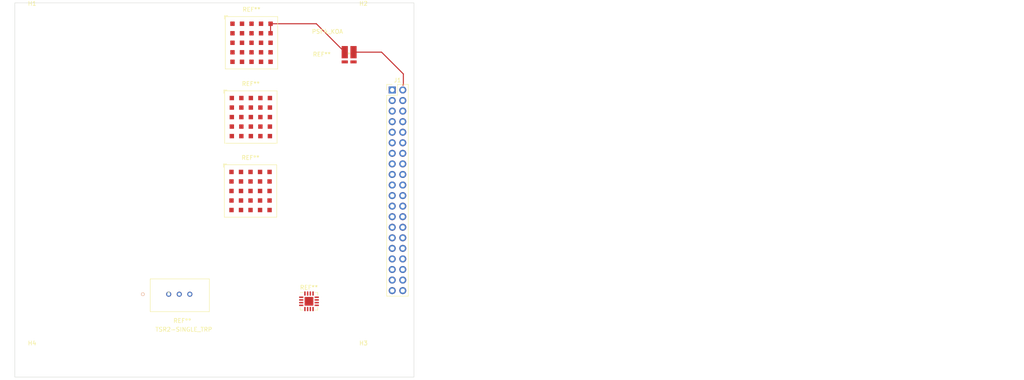
<source format=kicad_pcb>
(kicad_pcb (version 20211014) (generator pcbnew)
  (title_block (title "ColoradoCUBE C&DH") (date "2022-02-11") (rev "v01") (comment 1 "Author: Kate Nechaeva"))
  (layers (0 "F.Cu" signal) (31 "B.Cu" signal) (34 "B.Paste" user) (35 "F.Paste" user) (36 "B.SilkS" user "B.Silkscreen") (37 "F.SilkS" user "F.Silkscreen") (38 "B.Mask" user) (39 "F.Mask" user) (44 "Edge.Cuts" user))
  (net 0 "")
  (net 1 "GND")
  (net 2 "+5V")
  (net 3 "+3.3V")
  (net 4 "/CM4 GPIO/nRPIBOOT")
  (net 5 "/CM4 GPIO/GPIO15")
  (net 6 "/CM4 GPIO/GPIO14")
  (net 7 "/CM4 GPIO/GPIO2")
  (net 9 "/CM4 GPIO/GPIO3")
  (net 12 "Net-(J1-Pad13)")
  (net 13 "Net-(J1-Pad15)")
  (footprint "footprints2:PSF4NTEBL500F" (layer "F.Cu") (at 100.4059 32.4596 180)
    (fp_text reference "REF**" (at 6.5659 0.0796) (layer "F.SilkS"))
    (fp_text value "PSF4_KOA" (at 5.2259 5.5596) (layer "F.SilkS"))
    (fp_text user "*" (at 0 0) (layer "F.SilkS"))
    (pad "1" smd rect locked (at -1.0541 0.6096 180) (size 1.4986 2.9464) (layers "F.Cu" "F.Paste" "F.Mask"))
    (pad "2" smd rect locked (at -1.0541 -1.7272 180) (size 1.4986 0.7112) (layers "F.Cu" "F.Paste" "F.Mask"))
    (pad "3" smd rect locked (at 1.0541 -1.7272 180) (size 1.4986 0.7112) (layers "F.Cu" "F.Paste" "F.Mask"))
    (pad "4" smd rect locked (at 1.0541 0.6096 180) (size 1.4986 2.9464) (layers "F.Cu" "F.Paste" "F.Mask"))
  )
  (footprint "MountingHole:MountingHole_3mm" (layer "F.Cu") (at 24.15 105.85)
    (fp_text reference "H4" (at 0 -4) (layer "F.SilkS"))
    (fp_text value "3mm_Mounting_Hole")
    (pad "" np_thru_hole circle locked (at 0 0) (size 3 3) (drill 3) (layers *.Cu *.Mask))
  )
  (footprint "Converter_DCDC:Converter_DCDC_RECOM_RPMx.x-x.0" (layer "F.Cu") (at 76.69 65.24)
    (fp_text reference "REF**" (at 0 -8) (layer "F.SilkS"))
    (fp_text value "Converter_DCDC_RECOM_RPMx.x-x.0")
    (fp_line (start 6.3 6.3) (end -6.3 6.3) (layer "F.SilkS") (width 0.12))
    (fp_line (start -6.3 6.3) (end -6.3 -6.3) (layer "F.SilkS") (width 0.12))
    (fp_line (start -6.5 -6.5) (end -6.5 -5.7) (layer "F.SilkS") (width 0.12))
    (fp_line (start 6.3 -6.3) (end 6.3 6.3) (layer "F.SilkS") (width 0.12))
    (fp_line (start -6.3 -6.3) (end 6.3 -6.3) (layer "F.SilkS") (width 0.12))
    (fp_line (start -5.7 -6.5) (end -6.5 -6.5) (layer "F.SilkS") (width 0.12))
    (pad "A1" smd rect (at -4.58 -4.58) (size 1.06 1.06) (layers "F.Cu" "F.Paste" "F.Mask"))
    (pad "A2" smd rect (at -2.29 -4.58) (size 1.06 1.06) (layers "F.Cu" "F.Paste" "F.Mask"))
    (pad "A3" smd rect (at 0 -4.58) (size 1.06 1.06) (layers "F.Cu" "F.Paste" "F.Mask"))
    (pad "A4" smd rect (at 2.29 -4.58) (size 1.06 1.06) (layers "F.Cu" "F.Paste" "F.Mask"))
    (pad "A5" smd rect (at 4.58 -4.58) (size 1.06 1.06) (layers "F.Cu" "F.Paste" "F.Mask"))
    (pad "B1" smd rect (at -4.58 -2.29) (size 1.06 1.06) (layers "F.Cu" "F.Paste" "F.Mask"))
    (pad "B2" smd rect (at -2.29 -2.29) (size 1.06 1.06) (layers "F.Cu" "F.Paste" "F.Mask"))
    (pad "B3" smd rect (at 0 -2.29) (size 1.06 1.06) (layers "F.Cu" "F.Paste" "F.Mask"))
    (pad "B4" smd rect (at 2.29 -2.29) (size 1.06 1.06) (layers "F.Cu" "F.Paste" "F.Mask"))
    (pad "B5" smd rect (at 4.58 -2.29) (size 1.06 1.06) (layers "F.Cu" "F.Paste" "F.Mask"))
    (pad "C1" smd rect (at -4.58 0) (size 1.06 1.06) (layers "F.Cu" "F.Paste" "F.Mask"))
    (pad "C2" smd rect (at -2.29 0) (size 1.06 1.06) (layers "F.Cu" "F.Paste" "F.Mask"))
    (pad "C3" smd rect (at 0 0) (size 1.06 1.06) (layers "F.Cu" "F.Paste" "F.Mask"))
    (pad "C4" smd rect (at 2.29 0) (size 1.06 1.06) (layers "F.Cu" "F.Paste" "F.Mask"))
    (pad "C5" smd rect (at 4.58 0) (size 1.06 1.06) (layers "F.Cu" "F.Paste" "F.Mask"))
    (pad "D1" smd rect (at -4.58 2.29) (size 1.06 1.06) (layers "F.Cu" "F.Paste" "F.Mask"))
    (pad "D2" smd rect (at -2.29 2.29) (size 1.06 1.06) (layers "F.Cu" "F.Paste" "F.Mask"))
    (pad "D3" smd rect (at 0 2.29) (size 1.06 1.06) (layers "F.Cu" "F.Paste" "F.Mask"))
    (pad "D4" smd rect (at 2.29 2.29) (size 1.06 1.06) (layers "F.Cu" "F.Paste" "F.Mask"))
    (pad "D5" smd rect (at 4.58 2.29) (size 1.06 1.06) (layers "F.Cu" "F.Paste" "F.Mask"))
    (pad "E1" smd rect (at -4.58 4.58) (size 1.06 1.06) (layers "F.Cu" "F.Paste" "F.Mask"))
    (pad "E2" smd rect (at -2.29 4.58) (size 1.06 1.06) (layers "F.Cu" "F.Paste" "F.Mask"))
    (pad "E3" smd rect (at 0 4.58) (size 1.06 1.06) (layers "F.Cu" "F.Paste" "F.Mask"))
    (pad "E4" smd rect (at 2.29 4.58) (size 1.06 1.06) (layers "F.Cu" "F.Paste" "F.Mask"))
    (pad "E5" smd rect (at 4.58 4.58) (size 1.06 1.06) (layers "F.Cu" "F.Paste" "F.Mask"))
  )
  (footprint "Connector_PinHeader_2.54mm:PinHeader_2x20_P2.54mm_Vertical" (layer "F.Cu") (at 110.77 40.945)
    (fp_text reference "J1" (at 1.27 -2.33) (layer "F.SilkS"))
    (fp_text value "THD-20-R")
    (fp_line (start -1.33 49.59) (end 3.87 49.59) (layer "F.SilkS") (width 0.12))
    (fp_line (start -1.33 -1.33) (end 0 -1.33) (layer "F.SilkS") (width 0.12))
    (fp_line (start -1.33 1.27) (end 1.27 1.27) (layer "F.SilkS") (width 0.12))
    (fp_line (start 1.27 -1.33) (end 3.87 -1.33) (layer "F.SilkS") (width 0.12))
    (fp_line (start -1.33 1.27) (end -1.33 49.59) (layer "F.SilkS") (width 0.12))
    (fp_line (start -1.33 0) (end -1.33 -1.33) (layer "F.SilkS") (width 0.12))
    (fp_line (start 3.87 -1.33) (end 3.87 49.59) (layer "F.SilkS") (width 0.12))
    (fp_line (start 1.27 1.27) (end 1.27 -1.33) (layer "F.SilkS") (width 0.12))
    (pad "1" thru_hole rect locked (at 0 0) (size 1.7 1.7) (drill 1) (layers *.Cu *.Mask) (net 3 "+3.3V"))
    (pad "2" thru_hole oval locked (at 2.54 0) (size 1.7 1.7) (drill 1) (layers *.Cu *.Mask) (net 2 "+5V"))
    (pad "3" thru_hole oval locked (at 0 2.54) (size 1.7 1.7) (drill 1) (layers *.Cu *.Mask) (net 7 "/CM4 GPIO/GPIO2"))
    (pad "4" thru_hole oval locked (at 2.54 2.54) (size 1.7 1.7) (drill 1) (layers *.Cu *.Mask) (net 2 "+5V"))
    (pad "5" thru_hole oval locked (at 0 5.08) (size 1.7 1.7) (drill 1) (layers *.Cu *.Mask) (net 9 "/CM4 GPIO/GPIO3"))
    (pad "6" thru_hole oval locked (at 2.54 5.08) (size 1.7 1.7) (drill 1) (layers *.Cu *.Mask) (net 1 "GND"))
    (pad "7" thru_hole oval locked (at 0 7.62) (size 1.7 1.7) (drill 1) (layers *.Cu *.Mask))
    (pad "8" thru_hole oval locked (at 2.54 7.62) (size 1.7 1.7) (drill 1) (layers *.Cu *.Mask) (net 6 "/CM4 GPIO/GPIO14"))
    (pad "9" thru_hole oval locked (at 0 10.16) (size 1.7 1.7) (drill 1) (layers *.Cu *.Mask) (net 1 "GND"))
    (pad "10" thru_hole oval locked (at 2.54 10.16) (size 1.7 1.7) (drill 1) (layers *.Cu *.Mask) (net 5 "/CM4 GPIO/GPIO15"))
    (pad "11" thru_hole oval locked (at 0 12.7) (size 1.7 1.7) (drill 1) (layers *.Cu *.Mask))
    (pad "12" thru_hole oval locked (at 2.54 12.7) (size 1.7 1.7) (drill 1) (layers *.Cu *.Mask))
    (pad "13" thru_hole oval locked (at 0 15.24) (size 1.7 1.7) (drill 1) (layers *.Cu *.Mask) (net 12 "Net-(J1-Pad13)"))
    (pad "14" thru_hole oval locked (at 2.54 15.24) (size 1.7 1.7) (drill 1) (layers *.Cu *.Mask) (net 1 "GND"))
    (pad "15" thru_hole oval locked (at 0 17.78) (size 1.7 1.7) (drill 1) (layers *.Cu *.Mask) (net 13 "Net-(J1-Pad15)"))
    (pad "16" thru_hole oval locked (at 2.54 17.78) (size 1.7 1.7) (drill 1) (layers *.Cu *.Mask))
    (pad "17" thru_hole oval locked (at 0 20.32) (size 1.7 1.7) (drill 1) (layers *.Cu *.Mask) (net 3 "+3.3V"))
    (pad "18" thru_hole oval locked (at 2.54 20.32) (size 1.7 1.7) (drill 1) (layers *.Cu *.Mask))
    (pad "19" thru_hole oval locked (at 0 22.86) (size 1.7 1.7) (drill 1) (layers *.Cu *.Mask))
    (pad "20" thru_hole oval locked (at 2.54 22.86) (size 1.7 1.7) (drill 1) (layers *.Cu *.Mask) (net 1 "GND"))
    (pad "21" thru_hole oval locked (at 0 25.4) (size 1.7 1.7) (drill 1) (layers *.Cu *.Mask))
    (pad "22" thru_hole oval locked (at 2.54 25.4) (size 1.7 1.7) (drill 1) (layers *.Cu *.Mask))
    (pad "23" thru_hole oval locked (at 0 27.94) (size 1.7 1.7) (drill 1) (layers *.Cu *.Mask))
    (pad "24" thru_hole oval locked (at 2.54 27.94) (size 1.7 1.7) (drill 1) (layers *.Cu *.Mask))
    (pad "25" thru_hole oval locked (at 0 30.48) (size 1.7 1.7) (drill 1) (layers *.Cu *.Mask) (net 1 "GND"))
    (pad "26" thru_hole oval locked (at 2.54 30.48) (size 1.7 1.7) (drill 1) (layers *.Cu *.Mask))
    (pad "27" thru_hole oval locked (at 0 33.02) (size 1.7 1.7) (drill 1) (layers *.Cu *.Mask))
    (pad "28" thru_hole oval locked (at 2.54 33.02) (size 1.7 1.7) (drill 1) (layers *.Cu *.Mask))
    (pad "29" thru_hole oval locked (at 0 35.56) (size 1.7 1.7) (drill 1) (layers *.Cu *.Mask))
    (pad "30" thru_hole oval locked (at 2.54 35.56) (size 1.7 1.7) (drill 1) (layers *.Cu *.Mask) (net 1 "GND"))
    (pad "31" thru_hole oval locked (at 0 38.1) (size 1.7 1.7) (drill 1) (layers *.Cu *.Mask))
    (pad "32" thru_hole oval locked (at 2.54 38.1) (size 1.7 1.7) (drill 1) (layers *.Cu *.Mask))
    (pad "33" thru_hole oval locked (at 0 40.64) (size 1.7 1.7) (drill 1) (layers *.Cu *.Mask))
    (pad "34" thru_hole oval locked (at 2.54 40.64) (size 1.7 1.7) (drill 1) (layers *.Cu *.Mask) (net 1 "GND"))
    (pad "35" thru_hole oval locked (at 0 43.18) (size 1.7 1.7) (drill 1) (layers *.Cu *.Mask))
    (pad "36" thru_hole oval locked (at 2.54 43.18) (size 1.7 1.7) (drill 1) (layers *.Cu *.Mask))
    (pad "37" thru_hole oval locked (at 0 45.72) (size 1.7 1.7) (drill 1) (layers *.Cu *.Mask) (net 4 "/CM4 GPIO/nRPIBOOT"))
    (pad "38" thru_hole oval locked (at 2.54 45.72) (size 1.7 1.7) (drill 1) (layers *.Cu *.Mask))
    (pad "39" thru_hole oval locked (at 0 48.26) (size 1.7 1.7) (drill 1) (layers *.Cu *.Mask) (net 1 "GND"))
    (pad "40" thru_hole oval locked (at 2.54 48.26) (size 1.7 1.7) (drill 1) (layers *.Cu *.Mask))
  )
  (footprint "Package_DFN_QFN:Texas_RGV_S-PVQFN-N16_EP2.1x2.1mm" (layer "F.Cu") (at 90.75 91.77)
    (fp_text reference "REF**" (at 0 -3.32) (layer "F.SilkS"))
    (fp_text value "Texas_RGV_S-PVQFN-N16_EP2.1x2.1mm")
    (fp_line (start 2.11 2.11) (end 2.11 1.41) (layer "F.SilkS") (width 0.12))
    (fp_line (start 1.41 2.11) (end 2.11 2.11) (layer "F.SilkS") (width 0.12))
    (fp_line (start 1.41 -2.11) (end 2.11 -2.11) (layer "F.SilkS") (width 0.12))
    (fp_line (start 2.11 -2.11) (end 2.11 -1.41) (layer "F.SilkS") (width 0.12))
    (fp_line (start -1.41 2.11) (end -2.11 2.11) (layer "F.SilkS") (width 0.12))
    (fp_line (start -1.41 -2.11) (end -2.11 -2.11) (layer "F.SilkS") (width 0.12))
    (fp_line (start -2.11 2.11) (end -2.11 1.41) (layer "F.SilkS") (width 0.12))
    (pad "1" smd roundrect (at -1.8625 -0.975) (size 1.025 0.35) (layers "F.Cu" "F.Paste" "F.Mask"))
    (pad "2" smd roundrect (at -1.8625 -0.325) (size 1.025 0.35) (layers "F.Cu" "F.Paste" "F.Mask"))
    (pad "3" smd roundrect (at -1.8625 0.325) (size 1.025 0.35) (layers "F.Cu" "F.Paste" "F.Mask"))
    (pad "4" smd roundrect (at -1.8625 0.975) (size 1.025 0.35) (layers "F.Cu" "F.Paste" "F.Mask"))
    (pad "5" smd roundrect (at -0.975 1.8625) (size 0.35 1.025) (layers "F.Cu" "F.Paste" "F.Mask"))
    (pad "6" smd roundrect (at -0.325 1.8625) (size 0.35 1.025) (layers "F.Cu" "F.Paste" "F.Mask"))
    (pad "7" smd roundrect (at 0.325 1.8625) (size 0.35 1.025) (layers "F.Cu" "F.Paste" "F.Mask"))
    (pad "8" smd roundrect (at 0.975 1.8625) (size 0.35 1.025) (layers "F.Cu" "F.Paste" "F.Mask"))
    (pad "9" smd roundrect (at 1.8625 0.975) (size 1.025 0.35) (layers "F.Cu" "F.Paste" "F.Mask"))
    (pad "10" smd roundrect (at 1.8625 0.325) (size 1.025 0.35) (layers "F.Cu" "F.Paste" "F.Mask"))
    (pad "11" smd roundrect (at 1.8625 -0.325) (size 1.025 0.35) (layers "F.Cu" "F.Paste" "F.Mask"))
    (pad "12" smd roundrect (at 1.8625 -0.975) (size 1.025 0.35) (layers "F.Cu" "F.Paste" "F.Mask"))
    (pad "13" smd roundrect (at 0.975 -1.8625) (size 0.35 1.025) (layers "F.Cu" "F.Paste" "F.Mask"))
    (pad "14" smd roundrect (at 0.325 -1.8625) (size 0.35 1.025) (layers "F.Cu" "F.Paste" "F.Mask"))
    (pad "15" smd roundrect (at -0.325 -1.8625) (size 0.35 1.025) (layers "F.Cu" "F.Paste" "F.Mask"))
    (pad "16" smd roundrect (at -0.975 -1.8625) (size 0.35 1.025) (layers "F.Cu" "F.Paste" "F.Mask"))
    (pad "17" smd rect (at 0 0) (size 2.1 2.1) (layers "F.Cu" "F.Mask"))
  )
  (footprint "Converter_DCDC:Converter_DCDC_RECOM_RPMx.x-x.0" (layer "F.Cu") (at 76.77 47.46)
    (fp_text reference "REF**" (at 0 -8) (layer "F.SilkS"))
    (fp_text value "Converter_DCDC_RECOM_RPMx.x-x.0")
    (fp_line (start -6.5 -6.5) (end -6.5 -5.7) (layer "F.SilkS") (width 0.12))
    (fp_line (start -5.7 -6.5) (end -6.5 -6.5) (layer "F.SilkS") (width 0.12))
    (fp_line (start -6.3 6.3) (end -6.3 -6.3) (layer "F.SilkS") (width 0.12))
    (fp_line (start 6.3 -6.3) (end 6.3 6.3) (layer "F.SilkS") (width 0.12))
    (fp_line (start 6.3 6.3) (end -6.3 6.3) (layer "F.SilkS") (width 0.12))
    (fp_line (start -6.3 -6.3) (end 6.3 -6.3) (layer "F.SilkS") (width 0.12))
    (pad "A1" smd rect (at -4.58 -4.58) (size 1.06 1.06) (layers "F.Cu" "F.Paste" "F.Mask"))
    (pad "A2" smd rect (at -2.29 -4.58) (size 1.06 1.06) (layers "F.Cu" "F.Paste" "F.Mask"))
    (pad "A3" smd rect (at 0 -4.58) (size 1.06 1.06) (layers "F.Cu" "F.Paste" "F.Mask"))
    (pad "A4" smd rect (at 2.29 -4.58) (size 1.06 1.06) (layers "F.Cu" "F.Paste" "F.Mask"))
    (pad "A5" smd rect (at 4.58 -4.58) (size 1.06 1.06) (layers "F.Cu" "F.Paste" "F.Mask"))
    (pad "B1" smd rect (at -4.58 -2.29) (size 1.06 1.06) (layers "F.Cu" "F.Paste" "F.Mask"))
    (pad "B2" smd rect (at -2.29 -2.29) (size 1.06 1.06) (layers "F.Cu" "F.Paste" "F.Mask"))
    (pad "B3" smd rect (at 0 -2.29) (size 1.06 1.06) (layers "F.Cu" "F.Paste" "F.Mask"))
    (pad "B4" smd rect (at 2.29 -2.29) (size 1.06 1.06) (layers "F.Cu" "F.Paste" "F.Mask"))
    (pad "B5" smd rect (at 4.58 -2.29) (size 1.06 1.06) (layers "F.Cu" "F.Paste" "F.Mask"))
    (pad "C1" smd rect (at -4.58 0) (size 1.06 1.06) (layers "F.Cu" "F.Paste" "F.Mask"))
    (pad "C2" smd rect (at -2.29 0) (size 1.06 1.06) (layers "F.Cu" "F.Paste" "F.Mask"))
    (pad "C3" smd rect (at 0 0) (size 1.06 1.06) (layers "F.Cu" "F.Paste" "F.Mask"))
    (pad "C4" smd rect (at 2.29 0) (size 1.06 1.06) (layers "F.Cu" "F.Paste" "F.Mask"))
    (pad "C5" smd rect (at 4.58 0) (size 1.06 1.06) (layers "F.Cu" "F.Paste" "F.Mask"))
    (pad "D1" smd rect (at -4.58 2.29) (size 1.06 1.06) (layers "F.Cu" "F.Paste" "F.Mask"))
    (pad "D2" smd rect (at -2.29 2.29) (size 1.06 1.06) (layers "F.Cu" "F.Paste" "F.Mask"))
    (pad "D3" smd rect (at 0 2.29) (size 1.06 1.06) (layers "F.Cu" "F.Paste" "F.Mask"))
    (pad "D4" smd rect (at 2.29 2.29) (size 1.06 1.06) (layers "F.Cu" "F.Paste" "F.Mask"))
    (pad "D5" smd rect (at 4.58 2.29) (size 1.06 1.06) (layers "F.Cu" "F.Paste" "F.Mask"))
    (pad "E1" smd rect (at -4.58 4.58) (size 1.06 1.06) (layers "F.Cu" "F.Paste" "F.Mask"))
    (pad "E2" smd rect (at -2.29 4.58) (size 1.06 1.06) (layers "F.Cu" "F.Paste" "F.Mask"))
    (pad "E3" smd rect (at 0 4.58) (size 1.06 1.06) (layers "F.Cu" "F.Paste" "F.Mask"))
    (pad "E4" smd rect (at 2.29 4.58) (size 1.06 1.06) (layers "F.Cu" "F.Paste" "F.Mask"))
    (pad "E5" smd rect (at 4.58 4.58) (size 1.06 1.06) (layers "F.Cu" "F.Paste" "F.Mask"))
  )
  (footprint "MountingHole:MountingHole_3mm" (layer "F.Cu") (at 103.85 105.85)
    (fp_text reference "H3" (at 0 -4) (layer "F.SilkS"))
    (fp_text value "3mm_Mounting_Hole")
    (pad "" np_thru_hole circle locked (at 0 0) (size 3 3) (drill 3) (layers *.Cu *.Mask))
  )
  (footprint "Converter_DCDC:Converter_DCDC_RECOM_RPMx.x-x.0" (layer "F.Cu") (at 76.93 29.59)
    (fp_text reference "REF**" (at 0 -8) (layer "F.SilkS"))
    (fp_text value "Converter_DCDC_RECOM_RPMx.x-x.0")
    (fp_line (start -6.5 -6.5) (end -6.5 -5.7) (layer "F.SilkS") (width 0.12))
    (fp_line (start 6.3 6.3) (end -6.3 6.3) (layer "F.SilkS") (width 0.12))
    (fp_line (start 6.3 -6.3) (end 6.3 6.3) (layer "F.SilkS") (width 0.12))
    (fp_line (start -6.3 6.3) (end -6.3 -6.3) (layer "F.SilkS") (width 0.12))
    (fp_line (start -5.7 -6.5) (end -6.5 -6.5) (layer "F.SilkS") (width 0.12))
    (fp_line (start -6.3 -6.3) (end 6.3 -6.3) (layer "F.SilkS") (width 0.12))
    (pad "A1" smd rect (at -4.58 -4.58) (size 1.06 1.06) (layers "F.Cu" "F.Paste" "F.Mask"))
    (pad "A2" smd rect (at -2.29 -4.58) (size 1.06 1.06) (layers "F.Cu" "F.Paste" "F.Mask"))
    (pad "A3" smd rect (at 0 -4.58) (size 1.06 1.06) (layers "F.Cu" "F.Paste" "F.Mask"))
    (pad "A4" smd rect (at 2.29 -4.58) (size 1.06 1.06) (layers "F.Cu" "F.Paste" "F.Mask"))
    (pad "A5" smd rect (at 4.58 -4.58) (size 1.06 1.06) (layers "F.Cu" "F.Paste" "F.Mask"))
    (pad "B1" smd rect (at -4.58 -2.29) (size 1.06 1.06) (layers "F.Cu" "F.Paste" "F.Mask"))
    (pad "B2" smd rect (at -2.29 -2.29) (size 1.06 1.06) (layers "F.Cu" "F.Paste" "F.Mask"))
    (pad "B3" smd rect (at 0 -2.29) (size 1.06 1.06) (layers "F.Cu" "F.Paste" "F.Mask"))
    (pad "B4" smd rect (at 2.29 -2.29) (size 1.06 1.06) (layers "F.Cu" "F.Paste" "F.Mask"))
    (pad "B5" smd rect (at 4.58 -2.29) (size 1.06 1.06) (layers "F.Cu" "F.Paste" "F.Mask"))
    (pad "C1" smd rect (at -4.58 0) (size 1.06 1.06) (layers "F.Cu" "F.Paste" "F.Mask"))
    (pad "C2" smd rect (at -2.29 0) (size 1.06 1.06) (layers "F.Cu" "F.Paste" "F.Mask"))
    (pad "C3" smd rect (at 0 0) (size 1.06 1.06) (layers "F.Cu" "F.Paste" "F.Mask"))
    (pad "C4" smd rect (at 2.29 0) (size 1.06 1.06) (layers "F.Cu" "F.Paste" "F.Mask"))
    (pad "C5" smd rect (at 4.58 0) (size 1.06 1.06) (layers "F.Cu" "F.Paste" "F.Mask"))
    (pad "D1" smd rect (at -4.58 2.29) (size 1.06 1.06) (layers "F.Cu" "F.Paste" "F.Mask"))
    (pad "D2" smd rect (at -2.29 2.29) (size 1.06 1.06) (layers "F.Cu" "F.Paste" "F.Mask"))
    (pad "D3" smd rect (at 0 2.29) (size 1.06 1.06) (layers "F.Cu" "F.Paste" "F.Mask"))
    (pad "D4" smd rect (at 2.29 2.29) (size 1.06 1.06) (layers "F.Cu" "F.Paste" "F.Mask"))
    (pad "D5" smd rect (at 4.58 2.29) (size 1.06 1.06) (layers "F.Cu" "F.Paste" "F.Mask"))
    (pad "E1" smd rect (at -4.58 4.58) (size 1.06 1.06) (layers "F.Cu" "F.Paste" "F.Mask"))
    (pad "E2" smd rect (at -2.29 4.58) (size 1.06 1.06) (layers "F.Cu" "F.Paste" "F.Mask"))
    (pad "E3" smd rect (at 0 4.58) (size 1.06 1.06) (layers "F.Cu" "F.Paste" "F.Mask"))
    (pad "E4" smd rect (at 2.29 4.58) (size 1.06 1.06) (layers "F.Cu" "F.Paste" "F.Mask"))
    (pad "E5" smd rect (at 4.58 4.58) (size 1.06 1.06) (layers "F.Cu" "F.Paste" "F.Mask"))
  )
  (footprint "footprints1:TSR 2-0518" (layer "F.Cu") (at 57.01 90.07)
    (fp_text reference "REF**" (at 3.28 6.38) (layer "F.SilkS"))
    (fp_text value "TSR2-SINGLE_TRP" (at 3.63 8.48) (layer "F.SilkS"))
    (fp_text user "*" (at 0 0) (layer "F.SilkS"))
    (fp_circle (center -6.223 0) (end -5.842 0) (layer "B.SilkS") (width 0.12) (fill none))
    (fp_line (start -4.445 4.191) (end 9.779 4.191) (layer "F.SilkS") (width 0.12))
    (fp_line (start 9.779 4.191) (end 9.779 -3.683) (layer "F.SilkS") (width 0.12))
    (fp_line (start -4.445 -3.683) (end -4.445 4.191) (layer "F.SilkS") (width 0.12))
    (fp_line (start 9.779 -3.683) (end -4.445 -3.683) (layer "F.SilkS") (width 0.12))
    (fp_circle (center -6.223 0) (end -5.842 0) (layer "F.SilkS") (width 0.12) (fill none))
    (pad "1" thru_hole circle locked (at 0 0) (size 1.2192 1.2192) (drill 0.7112) (layers *.Cu *.Mask))
    (pad "2" thru_hole circle locked (at 2.54 0) (size 1.2192 1.2192) (drill 0.7112) (layers *.Cu *.Mask))
    (pad "3" thru_hole circle locked (at 5.08 0) (size 1.2192 1.2192) (drill 0.7112) (layers *.Cu *.Mask))
  )
  (footprint "MountingHole:MountingHole_3mm" (layer "F.Cu") (at 103.85 24.15)
    (fp_text reference "H2" (at 0 -4) (layer "F.SilkS"))
    (fp_text value "3mm_Mounting_Hole")
    (pad "" np_thru_hole circle locked (at 0 0) (size 3 3) (drill 3) (layers *.Cu *.Mask))
  )
  (footprint "MountingHole:MountingHole_3mm" (layer "F.Cu") (at 24.15 24.15)
    (fp_text reference "H1" (at 0 -4) (layer "F.SilkS"))
    (fp_text value "3mm_Mounting_Hole")
    (pad "" np_thru_hole circle locked (at 0 0) (size 3 3) (drill 3) (layers F&B.Cu *.Mask))
  )
  (gr_rect (start 20 20) (end 116 110) (layer "Edge.Cuts") (width 0.1) (fill none))
  (segment (start 81.51 25.01) (end 92.5118 25.01) (width 0.25) (layer "F.Cu") (net 0))
  (segment (start 81.51 27.3) (end 81.51 25.01) (width 0.25) (layer "F.Cu") (net 0))
  (segment (start 113.45 39.7) (end 113.379511 39.770489) (width 0.25) (layer "F.Cu") (net 0))
  (segment (start 92.5118 25.01) (end 99.3518 31.85) (width 0.25) (layer "F.Cu") (net 0))
  (segment (start 108.21 31.85) (end 113.45 37.09) (width 0.25) (layer "F.Cu") (net 0))
  (segment (start 113.45 37.09) (end 113.45 39.7) (width 0.25) (layer "F.Cu") (net 0))
  (segment (start 101.46 31.85) (end 108.21 31.85) (width 0.25) (layer "F.Cu") (net 0))
  (segment (start 113.379511 39.770489) (end 113.31 39.770489) (width 0.25) (layer "F.Cu") (net 0))
  (segment (start 113.31 40.945) (end 113.31 41.1) (width 0.25) (layer "F.Cu") (net 2))
  (segment (start 113.31 41.1) (end 113.55 41.34) (width 0.25) (layer "F.Cu") (net 2))
)
</source>
